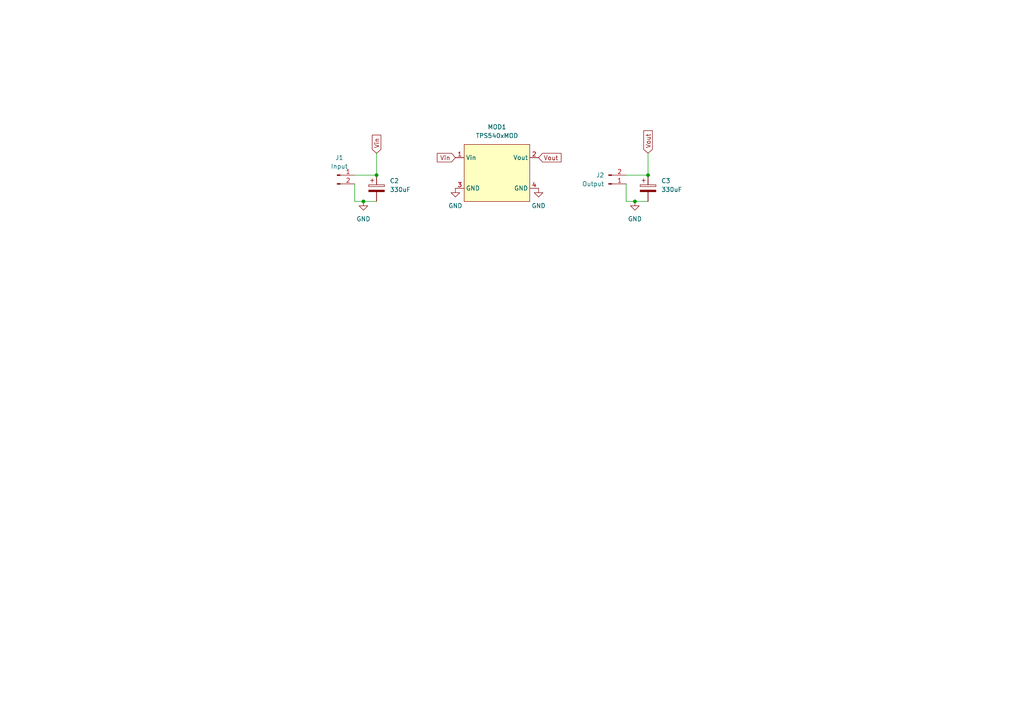
<source format=kicad_sch>
(kicad_sch (version 20211123) (generator eeschema)
  (paper "A4")
  (lib_symbols
    (symbol "Connector:Conn_01x02_Male" (pin_names (offset 1.016) hide)
      (property "Reference" "J" (at 0 2.54 0))
      (property "Value" "Conn_01x02_Male" (at 0 -5.08 0))
      (symbol "Conn_01x02_Male_1_1"
        (polyline (pts (xy 1.27 -2.54) (xy 0.8636 -2.54)) (stroke (width 0.1524)))
        (polyline (pts (xy 1.27 0) (xy 0.8636 0)) (stroke (width 0.1524)))
        (rectangle (start 0.8636 -2.413) (end 0 -2.667) (stroke (width 0.1524)) (fill (type outline)))
        (rectangle (start 0.8636 0.127) (end 0 -0.127) (stroke (width 0.1524)) (fill (type outline)))
        (pin passive line (at 5.08 0 180) (length 3.81) (name "Pin_1") (number "1"))
        (pin passive line (at 5.08 -2.54 180) (length 3.81) (name "Pin_2") (number "2"))
      )
    )
    (symbol "Device:C_Polarized" (pin_numbers hide) (pin_names (offset 0.254))
      (property "Reference" "C" (at 0.635 2.54 0))
      (property "Value" "C_Polarized" (at 0.635 -2.54 0))
      (symbol "C_Polarized_0_1"
        (rectangle (start -2.286 0.508) (end 2.286 1.016))
        (polyline (pts (xy -1.778 2.286) (xy -0.762 2.286)))
        (polyline (pts (xy -1.27 2.794) (xy -1.27 1.778)))
        (rectangle (start 2.286 -0.508) (end -2.286 -1.016) (fill (type outline)))
      )
      (symbol "C_Polarized_1_1"
        (pin passive line (at 0 3.81 270) (length 2.794) (name "~") (number "1"))
        (pin passive line (at 0 -3.81 90) (length 2.794) (name "~") (number "2"))
      )
    )
    (symbol "power:GND" (power) (pin_names (offset 0))
      (property "Value" "GND" (at 0 -3.81 0))
      (symbol "GND_0_1"
        (polyline (pts (xy 0 0) (xy 0 -1.27) (xy 1.27 -1.27) (xy 0 -2.54) (xy -1.27 -1.27) (xy 0 -1.27)))
      )
      (symbol "GND_1_1"
        (pin power_in line (at 0 0 270) (length 0) hide (name "GND") (number "1"))
      )
    )
    (symbol "tinker:TPS540xMOD"
      (property "Reference" "MOD" (at 0 10.16 0))
      (property "Value" "TPS540xMOD" (at 0 -8.89 0))
      (symbol "TPS540xMOD_0_1"
        (rectangle (start -10.16 8.89) (end 8.89 -7.62) (fill (type background)))
      )
      (symbol "TPS540xMOD_1_1"
        (pin power_in line (at -12.7 5.08 0) (length 2.54) (name "Vin") (number "1"))
        (pin power_out line (at 11.43 5.08 180) (length 2.54) (name "Vout") (number "2"))
        (pin passive line (at -12.7 -3.81 0) (length 2.54) (name "GND") (number "3"))
        (pin passive line (at 11.43 -3.81 180) (length 2.54) (name "GND") (number "4"))
      )
    )
  )
  (junction (at 184.15 58.42))
  (junction (at 109.22 50.8))
  (junction (at 105.41 58.42))
  (junction (at 187.96 50.8))
  (wire (pts (xy 102.87 50.8) (xy 109.22 50.8)))
  (wire (pts (xy 105.41 58.42) (xy 109.22 58.42)))
  (wire (pts (xy 181.61 53.34) (xy 181.61 58.42)))
  (wire (pts (xy 102.87 58.42) (xy 102.87 53.34)))
  (wire (pts (xy 109.22 44.45) (xy 109.22 50.8)))
  (wire (pts (xy 105.41 58.42) (xy 102.87 58.42)))
  (wire (pts (xy 184.15 58.42) (xy 181.61 58.42)))
  (wire (pts (xy 187.96 44.45) (xy 187.96 50.8)))
  (wire (pts (xy 181.61 50.8) (xy 187.96 50.8)))
  (wire (pts (xy 187.96 58.42) (xy 184.15 58.42)))
  (global_label "Vin" (shape input) (at 132.08 45.72 180) (property "Intersheet References" "${INTERSHEET_REFS}" (effects hide)))
  (global_label "Vout" (shape input) (at 156.21 45.72 0) (property "Intersheet References" "${INTERSHEET_REFS}" (effects hide)))
  (global_label "Vout" (shape input) (at 187.96 44.45 90) (property "Intersheet References" "${INTERSHEET_REFS}" (effects hide)))
  (global_label "Vin" (shape input) (at 109.22 44.45 90) (property "Intersheet References" "${INTERSHEET_REFS}" (effects hide)))
  (symbol (lib_id "power:GND") (at 184.15 58.42 0) (unit 1)
    (property "Reference" "#PWR0109" (effects hide))
    (property "Value" "GND" (at 184.15 63.5 0))
  )
  (symbol (lib_id "tinker:TPS540xMOD") (at 144.78 50.8 0) (unit 1)
    (property "Reference" "MOD1" (at 144.145 36.83 0))
    (property "Value" "TPS540xMOD" (at 144.145 39.37 0))
    (property "Footprint" "Tinker:TPS540xMOD" (effects hide))
  )
  (symbol (lib_id "power:GND") (at 132.08 54.61 0) (unit 1)
    (property "Reference" "#PWR0103" (effects hide))
    (property "Value" "GND" (at 132.08 59.69 0))
  )
  (symbol (lib_id "power:GND") (at 156.21 54.61 0) (unit 1)
    (property "Reference" "#PWR0101" (effects hide))
    (property "Value" "GND" (at 156.21 59.69 0))
  )
  (symbol (lib_id "Device:C_Polarized") (at 109.22 54.61 0) (unit 1)
    (property "Reference" "C2" (at 113.03 52.4509 0) (effects (justify left)))
    (property "Value" "330uF" (at 113.03 54.9909 0) (effects (justify left)))
    (property "Footprint" "Capacitor_SMD:CP_Elec_8x10" (effects hide))
    (property "LCSC" "C178599" (effects hide))
  )
  (symbol (lib_id "power:GND") (at 105.41 58.42 0) (unit 1)
    (property "Reference" "#PWR0108" (effects hide))
    (property "Value" "GND" (at 105.41 63.5 0))
  )
  (symbol (lib_id "Device:C_Polarized") (at 187.96 54.61 0) (unit 1)
    (property "Reference" "C3" (at 191.77 52.4509 0) (effects (justify left)))
    (property "Value" "330uF" (at 191.77 54.9909 0) (effects (justify left)))
    (property "Footprint" "Capacitor_SMD:CP_Elec_8x10" (effects hide))
    (property "LCSC" "C178599" (effects hide))
  )
  (symbol (lib_id "Connector:Conn_01x02_Male") (at 97.79 50.8 0) (unit 1)
    (property "Reference" "J1" (at 98.425 45.72 0))
    (property "Value" "Input" (at 98.425 48.26 0))
    (property "Footprint" "TerminalBlock_4Ucon:TerminalBlock_4Ucon_1x02_P3.50mm_Horizontal" (effects hide))
    (property "LCSC" "C784940" (effects hide))
  )
  (symbol (lib_id "Connector:Conn_01x02_Male") (at 176.53 53.34 0) (mirror x) (unit 1)
    (property "Reference" "J2" (at 175.26 50.7999 0) (effects (justify right)))
    (property "Value" "Output" (at 175.26 53.3399 0) (effects (justify right)))
    (property "Footprint" "TerminalBlock_4Ucon:TerminalBlock_4Ucon_1x02_P3.50mm_Horizontal" (effects hide))
    (property "LCSC" "C784940" (effects hide))
  )
)
</source>
